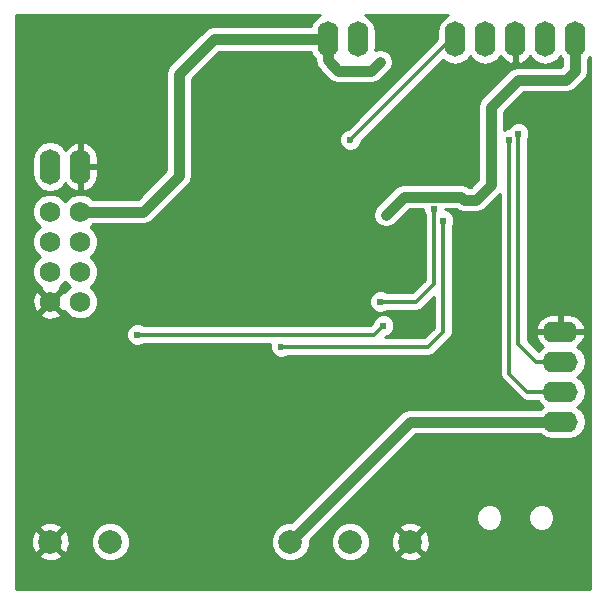
<source format=gbl>
G04 #@! TF.FileFunction,Copper,L2,Bot,Signal*
%FSLAX46Y46*%
G04 Gerber Fmt 4.6, Leading zero omitted, Abs format (unit mm)*
G04 Created by KiCad (PCBNEW 4.0.2-stable) date 28/03/2016 12:56:49*
%MOMM*%
G01*
G04 APERTURE LIST*
%ADD10C,0.100000*%
%ADD11C,2.000000*%
%ADD12O,1.750000X3.000000*%
%ADD13C,1.750000*%
%ADD14O,3.000000X1.750000*%
%ADD15C,0.600000*%
%ADD16C,0.609600*%
%ADD17C,0.910000*%
%ADD18C,0.304800*%
%ADD19C,0.254000*%
G04 APERTURE END LIST*
D10*
D11*
X108700000Y-145270000D03*
X103620000Y-145270000D03*
X134100000Y-145270000D03*
X129020000Y-145270000D03*
X123940000Y-145270000D03*
D12*
X129655000Y-102725000D03*
X127115000Y-102725000D03*
X148070000Y-102725000D03*
X140450000Y-102725000D03*
X137910000Y-102725000D03*
X142990000Y-102725000D03*
X145530000Y-102725000D03*
D13*
X103620000Y-117330000D03*
X106160000Y-117330000D03*
X106160000Y-124950000D03*
X103620000Y-124950000D03*
X103620000Y-122410000D03*
X106160000Y-122410000D03*
X106160000Y-119870000D03*
X103620000Y-119870000D03*
D12*
X106160000Y-113520000D03*
X103620000Y-113520000D03*
D14*
X146800000Y-132570000D03*
X146800000Y-135110000D03*
X146800000Y-130030000D03*
X146800000Y-127490000D03*
D15*
X139942000Y-117584000D03*
D16*
X145784000Y-138158000D03*
X139180000Y-108186000D03*
X134100000Y-104376000D03*
X139180000Y-112758000D03*
X134862000Y-109964000D03*
X128004000Y-115552000D03*
X131560000Y-104630000D03*
X138672000Y-116314000D03*
X132068000Y-117584000D03*
X143244000Y-106154000D03*
D15*
X129020000Y-111234000D03*
D16*
X143244000Y-110726000D03*
X142482000Y-111234000D03*
X110986000Y-127744000D03*
X131814000Y-126982000D03*
X136894000Y-118092000D03*
D15*
X123178000Y-128760000D03*
D16*
X136132000Y-117076000D03*
X131560000Y-124950000D03*
D17*
X123940000Y-145270000D02*
X134100000Y-135110000D01*
X134100000Y-135110000D02*
X146800000Y-135110000D01*
X127115000Y-104503000D02*
X127115000Y-102725000D01*
X128004000Y-105392000D02*
X127115000Y-104503000D01*
X130798000Y-105392000D02*
X128004000Y-105392000D01*
X131560000Y-104630000D02*
X130798000Y-105392000D01*
X138672000Y-116314000D02*
X139688000Y-116314000D01*
X140958000Y-108440000D02*
X143244000Y-106154000D01*
X140958000Y-115044000D02*
X140958000Y-108440000D01*
X139688000Y-116314000D02*
X140958000Y-115044000D01*
X106160000Y-117330000D02*
X111494000Y-117330000D01*
X111494000Y-117330000D02*
X114542000Y-114282000D01*
X114542000Y-114282000D02*
X114542000Y-105646000D01*
X114542000Y-105646000D02*
X117463000Y-102725000D01*
X117463000Y-102725000D02*
X127115000Y-102725000D01*
X138672000Y-116314000D02*
X138418000Y-116060000D01*
X138418000Y-116060000D02*
X133592000Y-116060000D01*
X133592000Y-116060000D02*
X132068000Y-117584000D01*
X143244000Y-106154000D02*
X147308000Y-106154000D01*
X147308000Y-106154000D02*
X148070000Y-105392000D01*
X148070000Y-105392000D02*
X148070000Y-102725000D01*
D18*
X129020000Y-111234000D02*
X137529000Y-102725000D01*
X137529000Y-102725000D02*
X137910000Y-102725000D01*
X144768000Y-130030000D02*
X146800000Y-130030000D01*
X143244000Y-128506000D02*
X144768000Y-130030000D01*
X143244000Y-110726000D02*
X143244000Y-128506000D01*
X144006000Y-132570000D02*
X146800000Y-132570000D01*
X142482000Y-131046000D02*
X144006000Y-132570000D01*
X142482000Y-111234000D02*
X142482000Y-131046000D01*
X131052000Y-127744000D02*
X110986000Y-127744000D01*
X131814000Y-126982000D02*
X131052000Y-127744000D01*
X123178000Y-128760000D02*
X135624000Y-128760000D01*
X135624000Y-128760000D02*
X136894000Y-127490000D01*
X136894000Y-127490000D02*
X136894000Y-118092000D01*
X136132000Y-123426000D02*
X136132000Y-117076000D01*
X134608000Y-124950000D02*
X136132000Y-123426000D01*
X131560000Y-124950000D02*
X134608000Y-124950000D01*
D19*
G36*
X126047269Y-100990442D02*
X125719942Y-101480321D01*
X125689174Y-101635000D01*
X117463000Y-101635000D01*
X117045875Y-101717971D01*
X116692254Y-101954253D01*
X113771254Y-104875254D01*
X113534971Y-105228875D01*
X113452000Y-105646000D01*
X113452000Y-113830508D01*
X111042508Y-116240000D01*
X107205502Y-116240000D01*
X107016463Y-116050630D01*
X106461675Y-115820262D01*
X105860960Y-115819738D01*
X105305771Y-116049138D01*
X104889647Y-116464536D01*
X104476463Y-116050630D01*
X103921675Y-115820262D01*
X103320960Y-115819738D01*
X102765771Y-116049138D01*
X102340630Y-116473537D01*
X102110262Y-117028325D01*
X102109738Y-117629040D01*
X102339138Y-118184229D01*
X102754536Y-118600353D01*
X102340630Y-119013537D01*
X102110262Y-119568325D01*
X102109738Y-120169040D01*
X102339138Y-120724229D01*
X102754536Y-121140353D01*
X102340630Y-121553537D01*
X102110262Y-122108325D01*
X102109738Y-122709040D01*
X102339138Y-123264229D01*
X102763537Y-123689370D01*
X102798024Y-123703690D01*
X102737545Y-123887940D01*
X103620000Y-124770395D01*
X104502455Y-123887940D01*
X104442120Y-123704129D01*
X104474229Y-123690862D01*
X104890353Y-123275464D01*
X105294536Y-123680353D01*
X104880630Y-124093537D01*
X104866310Y-124128024D01*
X104682060Y-124067545D01*
X103799605Y-124950000D01*
X104682060Y-125832455D01*
X104865871Y-125772120D01*
X104879138Y-125804229D01*
X105303537Y-126229370D01*
X105858325Y-126459738D01*
X106459040Y-126460262D01*
X107014229Y-126230862D01*
X107439370Y-125806463D01*
X107669738Y-125251675D01*
X107670262Y-124650960D01*
X107440862Y-124095771D01*
X107025464Y-123679647D01*
X107439370Y-123266463D01*
X107669738Y-122711675D01*
X107670262Y-122110960D01*
X107440862Y-121555771D01*
X107025464Y-121139647D01*
X107439370Y-120726463D01*
X107669738Y-120171675D01*
X107670262Y-119570960D01*
X107440862Y-119015771D01*
X107025464Y-118599647D01*
X107205425Y-118420000D01*
X111494000Y-118420000D01*
X111911125Y-118337029D01*
X112264746Y-118100746D01*
X115312746Y-115052746D01*
X115549029Y-114699125D01*
X115563400Y-114626875D01*
X115632000Y-114282000D01*
X115632000Y-106097492D01*
X117914493Y-103815000D01*
X125689174Y-103815000D01*
X125719942Y-103969679D01*
X126025000Y-104426230D01*
X126025000Y-104503000D01*
X126087283Y-104816118D01*
X126107971Y-104920125D01*
X126344254Y-105273746D01*
X127233254Y-106162746D01*
X127586875Y-106399029D01*
X128004000Y-106482000D01*
X130798000Y-106482000D01*
X131215125Y-106399029D01*
X131568746Y-106162746D01*
X132330747Y-105400746D01*
X132567029Y-105047125D01*
X132650000Y-104630000D01*
X132567029Y-104212875D01*
X132330747Y-103859253D01*
X131977125Y-103622971D01*
X131560000Y-103540000D01*
X131142875Y-103622971D01*
X131115366Y-103641352D01*
X131165000Y-103391827D01*
X131165000Y-102058173D01*
X131050058Y-101480321D01*
X130722731Y-100990442D01*
X130303020Y-100710000D01*
X137261980Y-100710000D01*
X136842269Y-100990442D01*
X136514942Y-101480321D01*
X136400000Y-102058173D01*
X136400000Y-102740448D01*
X128841604Y-110298844D01*
X128834833Y-110298838D01*
X128491057Y-110440883D01*
X128227808Y-110703673D01*
X128085162Y-111047201D01*
X128084838Y-111419167D01*
X128226883Y-111762943D01*
X128489673Y-112026192D01*
X128833201Y-112168838D01*
X129205167Y-112169162D01*
X129548943Y-112027117D01*
X129812192Y-111764327D01*
X129954838Y-111420799D01*
X129954845Y-111412707D01*
X136881668Y-104485884D01*
X137332148Y-104786885D01*
X137910000Y-104901827D01*
X138487852Y-104786885D01*
X138977731Y-104459558D01*
X139180000Y-104156841D01*
X139382269Y-104459558D01*
X139872148Y-104786885D01*
X140450000Y-104901827D01*
X141027852Y-104786885D01*
X141517731Y-104459558D01*
X141725719Y-104148282D01*
X142012072Y-104507534D01*
X142529481Y-104793659D01*
X142629184Y-104816258D01*
X142863000Y-104695269D01*
X142863000Y-102852000D01*
X142843000Y-102852000D01*
X142843000Y-102598000D01*
X142863000Y-102598000D01*
X142863000Y-102578000D01*
X143117000Y-102578000D01*
X143117000Y-102598000D01*
X143137000Y-102598000D01*
X143137000Y-102852000D01*
X143117000Y-102852000D01*
X143117000Y-104695269D01*
X143350816Y-104816258D01*
X143450519Y-104793659D01*
X143967928Y-104507534D01*
X144254281Y-104148282D01*
X144462269Y-104459558D01*
X144952148Y-104786885D01*
X145530000Y-104901827D01*
X146107852Y-104786885D01*
X146597731Y-104459558D01*
X146800000Y-104156841D01*
X146980000Y-104426230D01*
X146980000Y-104940507D01*
X146856508Y-105064000D01*
X143244000Y-105064000D01*
X142826875Y-105146971D01*
X142473253Y-105383254D01*
X140187254Y-107669254D01*
X139950971Y-108022875D01*
X139868000Y-108440000D01*
X139868000Y-114592507D01*
X139236508Y-115224000D01*
X139091087Y-115224000D01*
X138835125Y-115052971D01*
X138833994Y-115052746D01*
X138418000Y-114970000D01*
X133592000Y-114970000D01*
X133176006Y-115052746D01*
X133174875Y-115052971D01*
X132821253Y-115289254D01*
X131297254Y-116813254D01*
X131060971Y-117166875D01*
X130978001Y-117584000D01*
X131060971Y-118001125D01*
X131297254Y-118354746D01*
X131650875Y-118591029D01*
X132068000Y-118673999D01*
X132485125Y-118591029D01*
X132838746Y-118354746D01*
X134043493Y-117150000D01*
X135192135Y-117150000D01*
X135192037Y-117262118D01*
X135334812Y-117607659D01*
X135344600Y-117617464D01*
X135344600Y-123099848D01*
X134281848Y-124162600D01*
X132101893Y-124162600D01*
X132093049Y-124153741D01*
X131747758Y-124010363D01*
X131373882Y-124010037D01*
X131028341Y-124152812D01*
X130763741Y-124416951D01*
X130620363Y-124762242D01*
X130620037Y-125136118D01*
X130762812Y-125481659D01*
X131026951Y-125746259D01*
X131372242Y-125889637D01*
X131746118Y-125889963D01*
X132091659Y-125747188D01*
X132101464Y-125737400D01*
X134608000Y-125737400D01*
X134909325Y-125677463D01*
X135164776Y-125506776D01*
X136106600Y-124564952D01*
X136106600Y-127163848D01*
X135297848Y-127972600D01*
X131936952Y-127972600D01*
X131987600Y-127921952D01*
X132000118Y-127921963D01*
X132345659Y-127779188D01*
X132610259Y-127515049D01*
X132753637Y-127169758D01*
X132753963Y-126795882D01*
X132611188Y-126450341D01*
X132347049Y-126185741D01*
X132001758Y-126042363D01*
X131627882Y-126042037D01*
X131282341Y-126184812D01*
X131017741Y-126448951D01*
X130874363Y-126794242D01*
X130874351Y-126808097D01*
X130725848Y-126956600D01*
X111527893Y-126956600D01*
X111519049Y-126947741D01*
X111173758Y-126804363D01*
X110799882Y-126804037D01*
X110454341Y-126946812D01*
X110189741Y-127210951D01*
X110046363Y-127556242D01*
X110046037Y-127930118D01*
X110188812Y-128275659D01*
X110452951Y-128540259D01*
X110798242Y-128683637D01*
X111172118Y-128683963D01*
X111517659Y-128541188D01*
X111527464Y-128531400D01*
X122260519Y-128531400D01*
X122243162Y-128573201D01*
X122242838Y-128945167D01*
X122384883Y-129288943D01*
X122647673Y-129552192D01*
X122991201Y-129694838D01*
X123363167Y-129695162D01*
X123706943Y-129553117D01*
X123712670Y-129547400D01*
X135624000Y-129547400D01*
X135925325Y-129487463D01*
X136180776Y-129316776D01*
X137450776Y-128046776D01*
X137621463Y-127791325D01*
X137681400Y-127490000D01*
X137681400Y-118633893D01*
X137690259Y-118625049D01*
X137833637Y-118279758D01*
X137833963Y-117905882D01*
X137691188Y-117560341D01*
X137427049Y-117295741D01*
X137081758Y-117152363D01*
X137071734Y-117152354D01*
X137071736Y-117150000D01*
X137998912Y-117150000D01*
X138024168Y-117166875D01*
X138254875Y-117321029D01*
X138672000Y-117404000D01*
X139688000Y-117404000D01*
X140105125Y-117321029D01*
X140458746Y-117084746D01*
X141694600Y-115848893D01*
X141694600Y-131046000D01*
X141754537Y-131347325D01*
X141925224Y-131602776D01*
X143449224Y-133126776D01*
X143704675Y-133297463D01*
X144006000Y-133357400D01*
X144878131Y-133357400D01*
X145065442Y-133637731D01*
X145368159Y-133840000D01*
X145098770Y-134020000D01*
X134100000Y-134020000D01*
X133682875Y-134102971D01*
X133329254Y-134339253D01*
X124033428Y-143635080D01*
X123616205Y-143634716D01*
X123015057Y-143883106D01*
X122554722Y-144342637D01*
X122305284Y-144943352D01*
X122304716Y-145593795D01*
X122553106Y-146194943D01*
X123012637Y-146655278D01*
X123613352Y-146904716D01*
X124263795Y-146905284D01*
X124864943Y-146656894D01*
X125325278Y-146197363D01*
X125574716Y-145596648D01*
X125574718Y-145593795D01*
X127384716Y-145593795D01*
X127633106Y-146194943D01*
X128092637Y-146655278D01*
X128693352Y-146904716D01*
X129343795Y-146905284D01*
X129944943Y-146656894D01*
X130179715Y-146422532D01*
X133127073Y-146422532D01*
X133225736Y-146689387D01*
X133835461Y-146915908D01*
X134485460Y-146891856D01*
X134974264Y-146689387D01*
X135072927Y-146422532D01*
X134100000Y-145449605D01*
X133127073Y-146422532D01*
X130179715Y-146422532D01*
X130405278Y-146197363D01*
X130654716Y-145596648D01*
X130655232Y-145005461D01*
X132454092Y-145005461D01*
X132478144Y-145655460D01*
X132680613Y-146144264D01*
X132947468Y-146242927D01*
X133920395Y-145270000D01*
X134279605Y-145270000D01*
X135252532Y-146242927D01*
X135519387Y-146144264D01*
X135745908Y-145534539D01*
X135721856Y-144884540D01*
X135519387Y-144395736D01*
X135252532Y-144297073D01*
X134279605Y-145270000D01*
X133920395Y-145270000D01*
X132947468Y-144297073D01*
X132680613Y-144395736D01*
X132454092Y-145005461D01*
X130655232Y-145005461D01*
X130655284Y-144946205D01*
X130406894Y-144345057D01*
X130179703Y-144117468D01*
X133127073Y-144117468D01*
X134100000Y-145090395D01*
X135072927Y-144117468D01*
X134974264Y-143850613D01*
X134364539Y-143624092D01*
X133714540Y-143648144D01*
X133225736Y-143850613D01*
X133127073Y-144117468D01*
X130179703Y-144117468D01*
X129947363Y-143884722D01*
X129346648Y-143635284D01*
X128696205Y-143634716D01*
X128095057Y-143883106D01*
X127634722Y-144342637D01*
X127385284Y-144943352D01*
X127384716Y-145593795D01*
X125574718Y-145593795D01*
X125575083Y-145176409D01*
X127301668Y-143449824D01*
X139679808Y-143449824D01*
X139848439Y-143857943D01*
X140160415Y-144170463D01*
X140568239Y-144339807D01*
X141009824Y-144340192D01*
X141417943Y-144171561D01*
X141730463Y-143859585D01*
X141899807Y-143451761D01*
X141899808Y-143449824D01*
X144079808Y-143449824D01*
X144248439Y-143857943D01*
X144560415Y-144170463D01*
X144968239Y-144339807D01*
X145409824Y-144340192D01*
X145817943Y-144171561D01*
X146130463Y-143859585D01*
X146299807Y-143451761D01*
X146300192Y-143010176D01*
X146131561Y-142602057D01*
X145819585Y-142289537D01*
X145411761Y-142120193D01*
X144970176Y-142119808D01*
X144562057Y-142288439D01*
X144249537Y-142600415D01*
X144080193Y-143008239D01*
X144079808Y-143449824D01*
X141899808Y-143449824D01*
X141900192Y-143010176D01*
X141731561Y-142602057D01*
X141419585Y-142289537D01*
X141011761Y-142120193D01*
X140570176Y-142119808D01*
X140162057Y-142288439D01*
X139849537Y-142600415D01*
X139680193Y-143008239D01*
X139679808Y-143449824D01*
X127301668Y-143449824D01*
X134551493Y-136200000D01*
X145098770Y-136200000D01*
X145555321Y-136505058D01*
X146133173Y-136620000D01*
X147466827Y-136620000D01*
X148044679Y-136505058D01*
X148534558Y-136177731D01*
X148861885Y-135687852D01*
X148976827Y-135110000D01*
X148861885Y-134532148D01*
X148534558Y-134042269D01*
X148231841Y-133840000D01*
X148534558Y-133637731D01*
X148861885Y-133147852D01*
X148976827Y-132570000D01*
X148861885Y-131992148D01*
X148534558Y-131502269D01*
X148231841Y-131300000D01*
X148534558Y-131097731D01*
X148861885Y-130607852D01*
X148976827Y-130030000D01*
X148861885Y-129452148D01*
X148534558Y-128962269D01*
X148223282Y-128754281D01*
X148582534Y-128467928D01*
X148868659Y-127950519D01*
X148891258Y-127850816D01*
X148770269Y-127617000D01*
X146927000Y-127617000D01*
X146927000Y-127637000D01*
X146673000Y-127637000D01*
X146673000Y-127617000D01*
X144829731Y-127617000D01*
X144708742Y-127850816D01*
X144731341Y-127950519D01*
X145017466Y-128467928D01*
X145376718Y-128754281D01*
X145065442Y-128962269D01*
X144964657Y-129113105D01*
X144031400Y-128179848D01*
X144031400Y-127129184D01*
X144708742Y-127129184D01*
X144829731Y-127363000D01*
X146673000Y-127363000D01*
X146673000Y-125980000D01*
X146927000Y-125980000D01*
X146927000Y-127363000D01*
X148770269Y-127363000D01*
X148891258Y-127129184D01*
X148868659Y-127029481D01*
X148582534Y-126512072D01*
X148120185Y-126143543D01*
X147552000Y-125980000D01*
X146927000Y-125980000D01*
X146673000Y-125980000D01*
X146048000Y-125980000D01*
X145479815Y-126143543D01*
X145017466Y-126512072D01*
X144731341Y-127029481D01*
X144708742Y-127129184D01*
X144031400Y-127129184D01*
X144031400Y-111267893D01*
X144040259Y-111259049D01*
X144183637Y-110913758D01*
X144183963Y-110539882D01*
X144041188Y-110194341D01*
X143777049Y-109929741D01*
X143431758Y-109786363D01*
X143057882Y-109786037D01*
X142712341Y-109928812D01*
X142447741Y-110192951D01*
X142405726Y-110294133D01*
X142295882Y-110294037D01*
X142048000Y-110396460D01*
X142048000Y-108891492D01*
X143695493Y-107244000D01*
X147308000Y-107244000D01*
X147725125Y-107161029D01*
X148078746Y-106924746D01*
X148840747Y-106162746D01*
X149077029Y-105809125D01*
X149160000Y-105392000D01*
X149160000Y-104426230D01*
X149290000Y-104231672D01*
X149290000Y-149290000D01*
X100710000Y-149290000D01*
X100710000Y-146422532D01*
X102647073Y-146422532D01*
X102745736Y-146689387D01*
X103355461Y-146915908D01*
X104005460Y-146891856D01*
X104494264Y-146689387D01*
X104592927Y-146422532D01*
X103620000Y-145449605D01*
X102647073Y-146422532D01*
X100710000Y-146422532D01*
X100710000Y-145005461D01*
X101974092Y-145005461D01*
X101998144Y-145655460D01*
X102200613Y-146144264D01*
X102467468Y-146242927D01*
X103440395Y-145270000D01*
X103799605Y-145270000D01*
X104772532Y-146242927D01*
X105039387Y-146144264D01*
X105243893Y-145593795D01*
X107064716Y-145593795D01*
X107313106Y-146194943D01*
X107772637Y-146655278D01*
X108373352Y-146904716D01*
X109023795Y-146905284D01*
X109624943Y-146656894D01*
X110085278Y-146197363D01*
X110334716Y-145596648D01*
X110335284Y-144946205D01*
X110086894Y-144345057D01*
X109627363Y-143884722D01*
X109026648Y-143635284D01*
X108376205Y-143634716D01*
X107775057Y-143883106D01*
X107314722Y-144342637D01*
X107065284Y-144943352D01*
X107064716Y-145593795D01*
X105243893Y-145593795D01*
X105265908Y-145534539D01*
X105241856Y-144884540D01*
X105039387Y-144395736D01*
X104772532Y-144297073D01*
X103799605Y-145270000D01*
X103440395Y-145270000D01*
X102467468Y-144297073D01*
X102200613Y-144395736D01*
X101974092Y-145005461D01*
X100710000Y-145005461D01*
X100710000Y-144117468D01*
X102647073Y-144117468D01*
X103620000Y-145090395D01*
X104592927Y-144117468D01*
X104494264Y-143850613D01*
X103884539Y-143624092D01*
X103234540Y-143648144D01*
X102745736Y-143850613D01*
X102647073Y-144117468D01*
X100710000Y-144117468D01*
X100710000Y-126012060D01*
X102737545Y-126012060D01*
X102820884Y-126265953D01*
X103385306Y-126471590D01*
X103985458Y-126445579D01*
X104419116Y-126265953D01*
X104502455Y-126012060D01*
X103620000Y-125129605D01*
X102737545Y-126012060D01*
X100710000Y-126012060D01*
X100710000Y-124715306D01*
X102098410Y-124715306D01*
X102124421Y-125315458D01*
X102304047Y-125749116D01*
X102557940Y-125832455D01*
X103440395Y-124950000D01*
X102557940Y-124067545D01*
X102304047Y-124150884D01*
X102098410Y-124715306D01*
X100710000Y-124715306D01*
X100710000Y-112853173D01*
X102110000Y-112853173D01*
X102110000Y-114186827D01*
X102224942Y-114764679D01*
X102552269Y-115254558D01*
X103042148Y-115581885D01*
X103620000Y-115696827D01*
X104197852Y-115581885D01*
X104687731Y-115254558D01*
X104895719Y-114943282D01*
X105182072Y-115302534D01*
X105699481Y-115588659D01*
X105799184Y-115611258D01*
X106033000Y-115490269D01*
X106033000Y-113647000D01*
X106287000Y-113647000D01*
X106287000Y-115490269D01*
X106520816Y-115611258D01*
X106620519Y-115588659D01*
X107137928Y-115302534D01*
X107506457Y-114840185D01*
X107670000Y-114272000D01*
X107670000Y-113647000D01*
X106287000Y-113647000D01*
X106033000Y-113647000D01*
X106013000Y-113647000D01*
X106013000Y-113393000D01*
X106033000Y-113393000D01*
X106033000Y-111549731D01*
X106287000Y-111549731D01*
X106287000Y-113393000D01*
X107670000Y-113393000D01*
X107670000Y-112768000D01*
X107506457Y-112199815D01*
X107137928Y-111737466D01*
X106620519Y-111451341D01*
X106520816Y-111428742D01*
X106287000Y-111549731D01*
X106033000Y-111549731D01*
X105799184Y-111428742D01*
X105699481Y-111451341D01*
X105182072Y-111737466D01*
X104895719Y-112096718D01*
X104687731Y-111785442D01*
X104197852Y-111458115D01*
X103620000Y-111343173D01*
X103042148Y-111458115D01*
X102552269Y-111785442D01*
X102224942Y-112275321D01*
X102110000Y-112853173D01*
X100710000Y-112853173D01*
X100710000Y-100710000D01*
X126466980Y-100710000D01*
X126047269Y-100990442D01*
X126047269Y-100990442D01*
G37*
X126047269Y-100990442D02*
X125719942Y-101480321D01*
X125689174Y-101635000D01*
X117463000Y-101635000D01*
X117045875Y-101717971D01*
X116692254Y-101954253D01*
X113771254Y-104875254D01*
X113534971Y-105228875D01*
X113452000Y-105646000D01*
X113452000Y-113830508D01*
X111042508Y-116240000D01*
X107205502Y-116240000D01*
X107016463Y-116050630D01*
X106461675Y-115820262D01*
X105860960Y-115819738D01*
X105305771Y-116049138D01*
X104889647Y-116464536D01*
X104476463Y-116050630D01*
X103921675Y-115820262D01*
X103320960Y-115819738D01*
X102765771Y-116049138D01*
X102340630Y-116473537D01*
X102110262Y-117028325D01*
X102109738Y-117629040D01*
X102339138Y-118184229D01*
X102754536Y-118600353D01*
X102340630Y-119013537D01*
X102110262Y-119568325D01*
X102109738Y-120169040D01*
X102339138Y-120724229D01*
X102754536Y-121140353D01*
X102340630Y-121553537D01*
X102110262Y-122108325D01*
X102109738Y-122709040D01*
X102339138Y-123264229D01*
X102763537Y-123689370D01*
X102798024Y-123703690D01*
X102737545Y-123887940D01*
X103620000Y-124770395D01*
X104502455Y-123887940D01*
X104442120Y-123704129D01*
X104474229Y-123690862D01*
X104890353Y-123275464D01*
X105294536Y-123680353D01*
X104880630Y-124093537D01*
X104866310Y-124128024D01*
X104682060Y-124067545D01*
X103799605Y-124950000D01*
X104682060Y-125832455D01*
X104865871Y-125772120D01*
X104879138Y-125804229D01*
X105303537Y-126229370D01*
X105858325Y-126459738D01*
X106459040Y-126460262D01*
X107014229Y-126230862D01*
X107439370Y-125806463D01*
X107669738Y-125251675D01*
X107670262Y-124650960D01*
X107440862Y-124095771D01*
X107025464Y-123679647D01*
X107439370Y-123266463D01*
X107669738Y-122711675D01*
X107670262Y-122110960D01*
X107440862Y-121555771D01*
X107025464Y-121139647D01*
X107439370Y-120726463D01*
X107669738Y-120171675D01*
X107670262Y-119570960D01*
X107440862Y-119015771D01*
X107025464Y-118599647D01*
X107205425Y-118420000D01*
X111494000Y-118420000D01*
X111911125Y-118337029D01*
X112264746Y-118100746D01*
X115312746Y-115052746D01*
X115549029Y-114699125D01*
X115563400Y-114626875D01*
X115632000Y-114282000D01*
X115632000Y-106097492D01*
X117914493Y-103815000D01*
X125689174Y-103815000D01*
X125719942Y-103969679D01*
X126025000Y-104426230D01*
X126025000Y-104503000D01*
X126087283Y-104816118D01*
X126107971Y-104920125D01*
X126344254Y-105273746D01*
X127233254Y-106162746D01*
X127586875Y-106399029D01*
X128004000Y-106482000D01*
X130798000Y-106482000D01*
X131215125Y-106399029D01*
X131568746Y-106162746D01*
X132330747Y-105400746D01*
X132567029Y-105047125D01*
X132650000Y-104630000D01*
X132567029Y-104212875D01*
X132330747Y-103859253D01*
X131977125Y-103622971D01*
X131560000Y-103540000D01*
X131142875Y-103622971D01*
X131115366Y-103641352D01*
X131165000Y-103391827D01*
X131165000Y-102058173D01*
X131050058Y-101480321D01*
X130722731Y-100990442D01*
X130303020Y-100710000D01*
X137261980Y-100710000D01*
X136842269Y-100990442D01*
X136514942Y-101480321D01*
X136400000Y-102058173D01*
X136400000Y-102740448D01*
X128841604Y-110298844D01*
X128834833Y-110298838D01*
X128491057Y-110440883D01*
X128227808Y-110703673D01*
X128085162Y-111047201D01*
X128084838Y-111419167D01*
X128226883Y-111762943D01*
X128489673Y-112026192D01*
X128833201Y-112168838D01*
X129205167Y-112169162D01*
X129548943Y-112027117D01*
X129812192Y-111764327D01*
X129954838Y-111420799D01*
X129954845Y-111412707D01*
X136881668Y-104485884D01*
X137332148Y-104786885D01*
X137910000Y-104901827D01*
X138487852Y-104786885D01*
X138977731Y-104459558D01*
X139180000Y-104156841D01*
X139382269Y-104459558D01*
X139872148Y-104786885D01*
X140450000Y-104901827D01*
X141027852Y-104786885D01*
X141517731Y-104459558D01*
X141725719Y-104148282D01*
X142012072Y-104507534D01*
X142529481Y-104793659D01*
X142629184Y-104816258D01*
X142863000Y-104695269D01*
X142863000Y-102852000D01*
X142843000Y-102852000D01*
X142843000Y-102598000D01*
X142863000Y-102598000D01*
X142863000Y-102578000D01*
X143117000Y-102578000D01*
X143117000Y-102598000D01*
X143137000Y-102598000D01*
X143137000Y-102852000D01*
X143117000Y-102852000D01*
X143117000Y-104695269D01*
X143350816Y-104816258D01*
X143450519Y-104793659D01*
X143967928Y-104507534D01*
X144254281Y-104148282D01*
X144462269Y-104459558D01*
X144952148Y-104786885D01*
X145530000Y-104901827D01*
X146107852Y-104786885D01*
X146597731Y-104459558D01*
X146800000Y-104156841D01*
X146980000Y-104426230D01*
X146980000Y-104940507D01*
X146856508Y-105064000D01*
X143244000Y-105064000D01*
X142826875Y-105146971D01*
X142473253Y-105383254D01*
X140187254Y-107669254D01*
X139950971Y-108022875D01*
X139868000Y-108440000D01*
X139868000Y-114592507D01*
X139236508Y-115224000D01*
X139091087Y-115224000D01*
X138835125Y-115052971D01*
X138833994Y-115052746D01*
X138418000Y-114970000D01*
X133592000Y-114970000D01*
X133176006Y-115052746D01*
X133174875Y-115052971D01*
X132821253Y-115289254D01*
X131297254Y-116813254D01*
X131060971Y-117166875D01*
X130978001Y-117584000D01*
X131060971Y-118001125D01*
X131297254Y-118354746D01*
X131650875Y-118591029D01*
X132068000Y-118673999D01*
X132485125Y-118591029D01*
X132838746Y-118354746D01*
X134043493Y-117150000D01*
X135192135Y-117150000D01*
X135192037Y-117262118D01*
X135334812Y-117607659D01*
X135344600Y-117617464D01*
X135344600Y-123099848D01*
X134281848Y-124162600D01*
X132101893Y-124162600D01*
X132093049Y-124153741D01*
X131747758Y-124010363D01*
X131373882Y-124010037D01*
X131028341Y-124152812D01*
X130763741Y-124416951D01*
X130620363Y-124762242D01*
X130620037Y-125136118D01*
X130762812Y-125481659D01*
X131026951Y-125746259D01*
X131372242Y-125889637D01*
X131746118Y-125889963D01*
X132091659Y-125747188D01*
X132101464Y-125737400D01*
X134608000Y-125737400D01*
X134909325Y-125677463D01*
X135164776Y-125506776D01*
X136106600Y-124564952D01*
X136106600Y-127163848D01*
X135297848Y-127972600D01*
X131936952Y-127972600D01*
X131987600Y-127921952D01*
X132000118Y-127921963D01*
X132345659Y-127779188D01*
X132610259Y-127515049D01*
X132753637Y-127169758D01*
X132753963Y-126795882D01*
X132611188Y-126450341D01*
X132347049Y-126185741D01*
X132001758Y-126042363D01*
X131627882Y-126042037D01*
X131282341Y-126184812D01*
X131017741Y-126448951D01*
X130874363Y-126794242D01*
X130874351Y-126808097D01*
X130725848Y-126956600D01*
X111527893Y-126956600D01*
X111519049Y-126947741D01*
X111173758Y-126804363D01*
X110799882Y-126804037D01*
X110454341Y-126946812D01*
X110189741Y-127210951D01*
X110046363Y-127556242D01*
X110046037Y-127930118D01*
X110188812Y-128275659D01*
X110452951Y-128540259D01*
X110798242Y-128683637D01*
X111172118Y-128683963D01*
X111517659Y-128541188D01*
X111527464Y-128531400D01*
X122260519Y-128531400D01*
X122243162Y-128573201D01*
X122242838Y-128945167D01*
X122384883Y-129288943D01*
X122647673Y-129552192D01*
X122991201Y-129694838D01*
X123363167Y-129695162D01*
X123706943Y-129553117D01*
X123712670Y-129547400D01*
X135624000Y-129547400D01*
X135925325Y-129487463D01*
X136180776Y-129316776D01*
X137450776Y-128046776D01*
X137621463Y-127791325D01*
X137681400Y-127490000D01*
X137681400Y-118633893D01*
X137690259Y-118625049D01*
X137833637Y-118279758D01*
X137833963Y-117905882D01*
X137691188Y-117560341D01*
X137427049Y-117295741D01*
X137081758Y-117152363D01*
X137071734Y-117152354D01*
X137071736Y-117150000D01*
X137998912Y-117150000D01*
X138024168Y-117166875D01*
X138254875Y-117321029D01*
X138672000Y-117404000D01*
X139688000Y-117404000D01*
X140105125Y-117321029D01*
X140458746Y-117084746D01*
X141694600Y-115848893D01*
X141694600Y-131046000D01*
X141754537Y-131347325D01*
X141925224Y-131602776D01*
X143449224Y-133126776D01*
X143704675Y-133297463D01*
X144006000Y-133357400D01*
X144878131Y-133357400D01*
X145065442Y-133637731D01*
X145368159Y-133840000D01*
X145098770Y-134020000D01*
X134100000Y-134020000D01*
X133682875Y-134102971D01*
X133329254Y-134339253D01*
X124033428Y-143635080D01*
X123616205Y-143634716D01*
X123015057Y-143883106D01*
X122554722Y-144342637D01*
X122305284Y-144943352D01*
X122304716Y-145593795D01*
X122553106Y-146194943D01*
X123012637Y-146655278D01*
X123613352Y-146904716D01*
X124263795Y-146905284D01*
X124864943Y-146656894D01*
X125325278Y-146197363D01*
X125574716Y-145596648D01*
X125574718Y-145593795D01*
X127384716Y-145593795D01*
X127633106Y-146194943D01*
X128092637Y-146655278D01*
X128693352Y-146904716D01*
X129343795Y-146905284D01*
X129944943Y-146656894D01*
X130179715Y-146422532D01*
X133127073Y-146422532D01*
X133225736Y-146689387D01*
X133835461Y-146915908D01*
X134485460Y-146891856D01*
X134974264Y-146689387D01*
X135072927Y-146422532D01*
X134100000Y-145449605D01*
X133127073Y-146422532D01*
X130179715Y-146422532D01*
X130405278Y-146197363D01*
X130654716Y-145596648D01*
X130655232Y-145005461D01*
X132454092Y-145005461D01*
X132478144Y-145655460D01*
X132680613Y-146144264D01*
X132947468Y-146242927D01*
X133920395Y-145270000D01*
X134279605Y-145270000D01*
X135252532Y-146242927D01*
X135519387Y-146144264D01*
X135745908Y-145534539D01*
X135721856Y-144884540D01*
X135519387Y-144395736D01*
X135252532Y-144297073D01*
X134279605Y-145270000D01*
X133920395Y-145270000D01*
X132947468Y-144297073D01*
X132680613Y-144395736D01*
X132454092Y-145005461D01*
X130655232Y-145005461D01*
X130655284Y-144946205D01*
X130406894Y-144345057D01*
X130179703Y-144117468D01*
X133127073Y-144117468D01*
X134100000Y-145090395D01*
X135072927Y-144117468D01*
X134974264Y-143850613D01*
X134364539Y-143624092D01*
X133714540Y-143648144D01*
X133225736Y-143850613D01*
X133127073Y-144117468D01*
X130179703Y-144117468D01*
X129947363Y-143884722D01*
X129346648Y-143635284D01*
X128696205Y-143634716D01*
X128095057Y-143883106D01*
X127634722Y-144342637D01*
X127385284Y-144943352D01*
X127384716Y-145593795D01*
X125574718Y-145593795D01*
X125575083Y-145176409D01*
X127301668Y-143449824D01*
X139679808Y-143449824D01*
X139848439Y-143857943D01*
X140160415Y-144170463D01*
X140568239Y-144339807D01*
X141009824Y-144340192D01*
X141417943Y-144171561D01*
X141730463Y-143859585D01*
X141899807Y-143451761D01*
X141899808Y-143449824D01*
X144079808Y-143449824D01*
X144248439Y-143857943D01*
X144560415Y-144170463D01*
X144968239Y-144339807D01*
X145409824Y-144340192D01*
X145817943Y-144171561D01*
X146130463Y-143859585D01*
X146299807Y-143451761D01*
X146300192Y-143010176D01*
X146131561Y-142602057D01*
X145819585Y-142289537D01*
X145411761Y-142120193D01*
X144970176Y-142119808D01*
X144562057Y-142288439D01*
X144249537Y-142600415D01*
X144080193Y-143008239D01*
X144079808Y-143449824D01*
X141899808Y-143449824D01*
X141900192Y-143010176D01*
X141731561Y-142602057D01*
X141419585Y-142289537D01*
X141011761Y-142120193D01*
X140570176Y-142119808D01*
X140162057Y-142288439D01*
X139849537Y-142600415D01*
X139680193Y-143008239D01*
X139679808Y-143449824D01*
X127301668Y-143449824D01*
X134551493Y-136200000D01*
X145098770Y-136200000D01*
X145555321Y-136505058D01*
X146133173Y-136620000D01*
X147466827Y-136620000D01*
X148044679Y-136505058D01*
X148534558Y-136177731D01*
X148861885Y-135687852D01*
X148976827Y-135110000D01*
X148861885Y-134532148D01*
X148534558Y-134042269D01*
X148231841Y-133840000D01*
X148534558Y-133637731D01*
X148861885Y-133147852D01*
X148976827Y-132570000D01*
X148861885Y-131992148D01*
X148534558Y-131502269D01*
X148231841Y-131300000D01*
X148534558Y-131097731D01*
X148861885Y-130607852D01*
X148976827Y-130030000D01*
X148861885Y-129452148D01*
X148534558Y-128962269D01*
X148223282Y-128754281D01*
X148582534Y-128467928D01*
X148868659Y-127950519D01*
X148891258Y-127850816D01*
X148770269Y-127617000D01*
X146927000Y-127617000D01*
X146927000Y-127637000D01*
X146673000Y-127637000D01*
X146673000Y-127617000D01*
X144829731Y-127617000D01*
X144708742Y-127850816D01*
X144731341Y-127950519D01*
X145017466Y-128467928D01*
X145376718Y-128754281D01*
X145065442Y-128962269D01*
X144964657Y-129113105D01*
X144031400Y-128179848D01*
X144031400Y-127129184D01*
X144708742Y-127129184D01*
X144829731Y-127363000D01*
X146673000Y-127363000D01*
X146673000Y-125980000D01*
X146927000Y-125980000D01*
X146927000Y-127363000D01*
X148770269Y-127363000D01*
X148891258Y-127129184D01*
X148868659Y-127029481D01*
X148582534Y-126512072D01*
X148120185Y-126143543D01*
X147552000Y-125980000D01*
X146927000Y-125980000D01*
X146673000Y-125980000D01*
X146048000Y-125980000D01*
X145479815Y-126143543D01*
X145017466Y-126512072D01*
X144731341Y-127029481D01*
X144708742Y-127129184D01*
X144031400Y-127129184D01*
X144031400Y-111267893D01*
X144040259Y-111259049D01*
X144183637Y-110913758D01*
X144183963Y-110539882D01*
X144041188Y-110194341D01*
X143777049Y-109929741D01*
X143431758Y-109786363D01*
X143057882Y-109786037D01*
X142712341Y-109928812D01*
X142447741Y-110192951D01*
X142405726Y-110294133D01*
X142295882Y-110294037D01*
X142048000Y-110396460D01*
X142048000Y-108891492D01*
X143695493Y-107244000D01*
X147308000Y-107244000D01*
X147725125Y-107161029D01*
X148078746Y-106924746D01*
X148840747Y-106162746D01*
X149077029Y-105809125D01*
X149160000Y-105392000D01*
X149160000Y-104426230D01*
X149290000Y-104231672D01*
X149290000Y-149290000D01*
X100710000Y-149290000D01*
X100710000Y-146422532D01*
X102647073Y-146422532D01*
X102745736Y-146689387D01*
X103355461Y-146915908D01*
X104005460Y-146891856D01*
X104494264Y-146689387D01*
X104592927Y-146422532D01*
X103620000Y-145449605D01*
X102647073Y-146422532D01*
X100710000Y-146422532D01*
X100710000Y-145005461D01*
X101974092Y-145005461D01*
X101998144Y-145655460D01*
X102200613Y-146144264D01*
X102467468Y-146242927D01*
X103440395Y-145270000D01*
X103799605Y-145270000D01*
X104772532Y-146242927D01*
X105039387Y-146144264D01*
X105243893Y-145593795D01*
X107064716Y-145593795D01*
X107313106Y-146194943D01*
X107772637Y-146655278D01*
X108373352Y-146904716D01*
X109023795Y-146905284D01*
X109624943Y-146656894D01*
X110085278Y-146197363D01*
X110334716Y-145596648D01*
X110335284Y-144946205D01*
X110086894Y-144345057D01*
X109627363Y-143884722D01*
X109026648Y-143635284D01*
X108376205Y-143634716D01*
X107775057Y-143883106D01*
X107314722Y-144342637D01*
X107065284Y-144943352D01*
X107064716Y-145593795D01*
X105243893Y-145593795D01*
X105265908Y-145534539D01*
X105241856Y-144884540D01*
X105039387Y-144395736D01*
X104772532Y-144297073D01*
X103799605Y-145270000D01*
X103440395Y-145270000D01*
X102467468Y-144297073D01*
X102200613Y-144395736D01*
X101974092Y-145005461D01*
X100710000Y-145005461D01*
X100710000Y-144117468D01*
X102647073Y-144117468D01*
X103620000Y-145090395D01*
X104592927Y-144117468D01*
X104494264Y-143850613D01*
X103884539Y-143624092D01*
X103234540Y-143648144D01*
X102745736Y-143850613D01*
X102647073Y-144117468D01*
X100710000Y-144117468D01*
X100710000Y-126012060D01*
X102737545Y-126012060D01*
X102820884Y-126265953D01*
X103385306Y-126471590D01*
X103985458Y-126445579D01*
X104419116Y-126265953D01*
X104502455Y-126012060D01*
X103620000Y-125129605D01*
X102737545Y-126012060D01*
X100710000Y-126012060D01*
X100710000Y-124715306D01*
X102098410Y-124715306D01*
X102124421Y-125315458D01*
X102304047Y-125749116D01*
X102557940Y-125832455D01*
X103440395Y-124950000D01*
X102557940Y-124067545D01*
X102304047Y-124150884D01*
X102098410Y-124715306D01*
X100710000Y-124715306D01*
X100710000Y-112853173D01*
X102110000Y-112853173D01*
X102110000Y-114186827D01*
X102224942Y-114764679D01*
X102552269Y-115254558D01*
X103042148Y-115581885D01*
X103620000Y-115696827D01*
X104197852Y-115581885D01*
X104687731Y-115254558D01*
X104895719Y-114943282D01*
X105182072Y-115302534D01*
X105699481Y-115588659D01*
X105799184Y-115611258D01*
X106033000Y-115490269D01*
X106033000Y-113647000D01*
X106287000Y-113647000D01*
X106287000Y-115490269D01*
X106520816Y-115611258D01*
X106620519Y-115588659D01*
X107137928Y-115302534D01*
X107506457Y-114840185D01*
X107670000Y-114272000D01*
X107670000Y-113647000D01*
X106287000Y-113647000D01*
X106033000Y-113647000D01*
X106013000Y-113647000D01*
X106013000Y-113393000D01*
X106033000Y-113393000D01*
X106033000Y-111549731D01*
X106287000Y-111549731D01*
X106287000Y-113393000D01*
X107670000Y-113393000D01*
X107670000Y-112768000D01*
X107506457Y-112199815D01*
X107137928Y-111737466D01*
X106620519Y-111451341D01*
X106520816Y-111428742D01*
X106287000Y-111549731D01*
X106033000Y-111549731D01*
X105799184Y-111428742D01*
X105699481Y-111451341D01*
X105182072Y-111737466D01*
X104895719Y-112096718D01*
X104687731Y-111785442D01*
X104197852Y-111458115D01*
X103620000Y-111343173D01*
X103042148Y-111458115D01*
X102552269Y-111785442D01*
X102224942Y-112275321D01*
X102110000Y-112853173D01*
X100710000Y-112853173D01*
X100710000Y-100710000D01*
X126466980Y-100710000D01*
X126047269Y-100990442D01*
M02*

</source>
